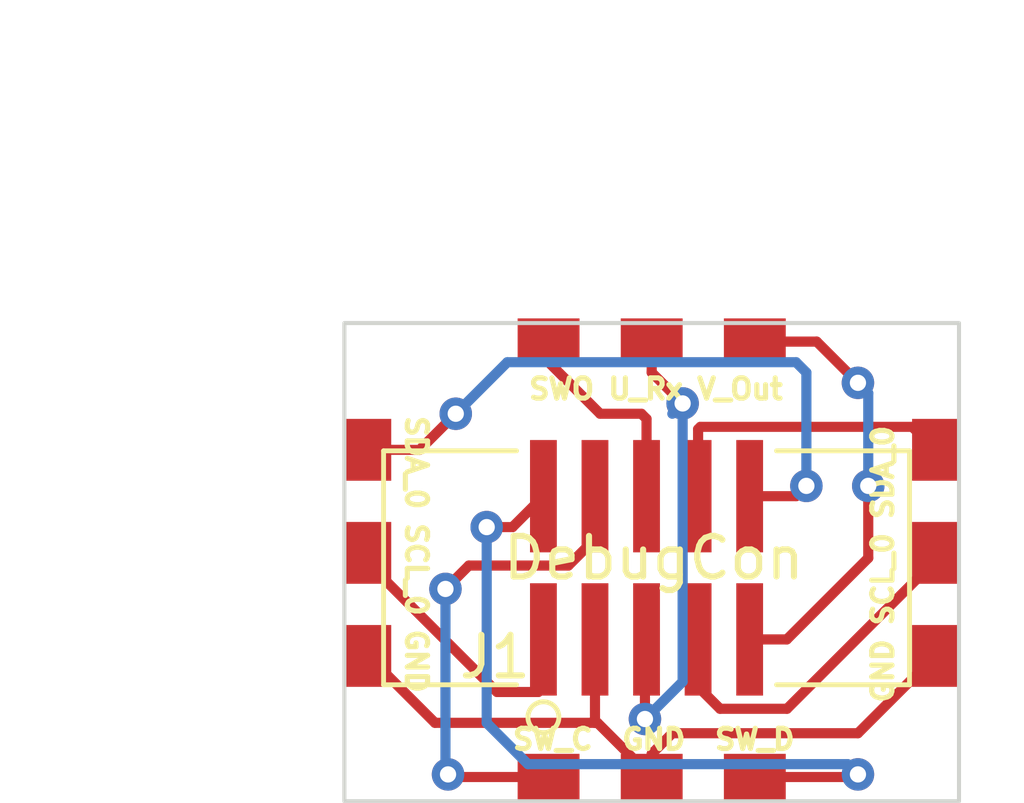
<source format=kicad_pcb>
(kicad_pcb (version 20211014) (generator pcbnew)
  (layers (0 "F.Cu" signal) (31 "B.Cu" signal) (34 "B.Paste" user) (35 "F.Paste" user) (36 "B.SilkS" user "B.Silkscreen") (37 "F.SilkS" user "F.Silkscreen") (38 "B.Mask" user) (39 "F.Mask" user) (44 "Edge.Cuts" user))
  (net 0 "")
  (net 1 "/SWDIO")
  (net 2 "/SWDCLK")
  (net 3 "/SWO")
  (net 4 "/VBUS_OUT")
  (net 5 "/Uart_RX")
  (net 6 "/SCL_0")
  (net 7 "/SDA_1")
  (net 8 "/SCL_1")
  (net 9 "/SDA_0")
  (net 10 "GND")
  (footprint "ProgramingFootprints:BottomSWDConnection" (layer "F.Cu") (at 128.778 66.548)
    (fp_text reference "J2" hide)
    (fp_text value "SWDConnections" hide)
    (pad "1" smd rect (at -2.54 0.5715 90) (size 1.143 1.524) (layers "F.Cu" "F.Paste" "F.Mask") (net 2 "/SWDCLK"))
    (pad "2" smd rect (at 0 0.5715 90) (size 1.143 1.524) (layers "F.Cu" "F.Paste" "F.Mask") (net 10 "GND"))
    (pad "3" smd rect (at 2.54 0.5715 90) (size 1.143 1.524) (layers "F.Cu" "F.Paste" "F.Mask") (net 1 "/SWDIO"))
  )
  (footprint "ProgramingFootprints:BottomSWDConnection" (layer "F.Cu") (at 135.1915 61.595 90)
    (fp_text reference "J4" hide)
    (fp_text value "I2C1_conn")
    (pad "1" smd rect (at -2.54 0.5715 180) (size 1.143 1.524) (layers "F.Cu" "F.Paste" "F.Mask") (net 10 "GND"))
    (pad "2" smd rect (at 0 0.5715 180) (size 1.143 1.524) (layers "F.Cu" "F.Paste" "F.Mask") (net 7 "/SDA_1"))
    (pad "3" smd rect (at 2.54 0.5715 180) (size 1.143 1.524) (layers "F.Cu" "F.Paste" "F.Mask") (net 8 "/SCL_1"))
  )
  (footprint "LocalFootprints:3220-10-0300-00-TR" (layer "F.Cu") (at 128.651 61.963)
    (fp_text reference "J1" (at -3.7338 2.1974) (layer "F.SilkS"))
    (fp_text value "DebugCon" (at 0.1778 -0.241 180) (layer "F.SilkS"))
    (fp_line (start 6.477 -2.8829) (end 3.20294 -2.8829) (layer "F.SilkS") (width 0.12))
    (fp_line (start 6.477 2.8829) (end 6.477 -2.8829) (layer "F.SilkS") (width 0.12))
    (fp_line (start -3.20294 -2.8829) (end -6.477 -2.8829) (layer "F.SilkS") (width 0.12))
    (fp_line (start -6.477 2.8829) (end -3.20294 2.8829) (layer "F.SilkS") (width 0.12))
    (fp_line (start 3.20294 2.8829) (end 6.477 2.8829) (layer "F.SilkS") (width 0.12))
    (fp_line (start -6.477 -2.8829) (end -6.477 2.8829) (layer "F.SilkS") (width 0.12))
    (fp_circle (center -2.54 3.683) (end -2.159 3.683) (layer "F.SilkS") (width 0.12) (fill none))
    (pad "1" smd rect (at -2.54 1.765) (size 0.6604 2.7686) (layers "F.Cu" "F.Paste" "F.Mask") (net 6 "/SCL_0"))
    (pad "2" smd rect (at -2.54 -1.765) (size 0.6604 2.7686) (layers "F.Cu" "F.Paste" "F.Mask") (net 1 "/SWDIO"))
    (pad "3" smd rect (at -1.27 1.765) (size 0.6604 2.7686) (layers "F.Cu" "F.Paste" "F.Mask") (net 10 "GND"))
    (pad "4" smd rect (at -1.27 -1.765) (size 0.6604 2.7686) (layers "F.Cu" "F.Paste" "F.Mask") (net 2 "/SWDCLK"))
    (pad "5" smd rect (at 0 1.765) (size 0.6604 2.7686) (layers "F.Cu" "F.Paste" "F.Mask") (net 5 "/Uart_RX"))
    (pad "6" smd rect (at 0 -1.765) (size 0.6604 2.7686) (layers "F.Cu" "F.Paste" "F.Mask") (net 3 "/SWO"))
    (pad "7" smd rect (at 1.27 1.765) (size 0.6604 2.7686) (layers "F.Cu" "F.Paste" "F.Mask") (net 7 "/SDA_1"))
    (pad "8" smd rect (at 1.27 -1.765) (size 0.6604 2.7686) (layers "F.Cu" "F.Paste" "F.Mask") (net 8 "/SCL_1"))
    (pad "9" smd rect (at 2.54 1.765) (size 0.6604 2.7686) (layers "F.Cu" "F.Paste" "F.Mask") (net 4 "/VBUS_OUT"))
    (pad "10" smd rect (at 2.54 -1.765) (size 0.6604 2.7686) (layers "F.Cu" "F.Paste" "F.Mask") (net 9 "/SDA_0"))
  )
  (footprint "ProgramingFootprints:BottomSWDConnection" (layer "F.Cu") (at 128.778 55.8165)
    (fp_text reference "J5" hide)
    (fp_text value "Conn_01x03_Female" hide)
    (pad "1" smd rect (at -2.54 0.5715 90) (size 1.143 1.524) (layers "F.Cu" "F.Paste" "F.Mask") (net 3 "/SWO"))
    (pad "2" smd rect (at 0 0.5715 90) (size 1.143 1.524) (layers "F.Cu" "F.Paste" "F.Mask") (net 5 "/Uart_RX"))
    (pad "3" smd rect (at 2.54 0.5715 90) (size 1.143 1.524) (layers "F.Cu" "F.Paste" "F.Mask") (net 4 "/VBUS_OUT"))
  )
  (footprint "ProgramingFootprints:BottomSWDConnection" (layer "F.Cu") (at 121.2195 61.595 90)
    (fp_text reference "J3" hide)
    (fp_text value "I2C0_con" hide)
    (pad "1" smd rect (at -2.54 0.5715 180) (size 1.143 1.524) (layers "F.Cu" "F.Paste" "F.Mask") (net 10 "GND"))
    (pad "2" smd rect (at 0 0.5715 180) (size 1.143 1.524) (layers "F.Cu" "F.Paste" "F.Mask") (net 6 "/SCL_0"))
    (pad "3" smd rect (at 2.54 0.5715 180) (size 1.143 1.524) (layers "F.Cu" "F.Paste" "F.Mask") (net 9 "/SDA_0"))
  )
  (gr_rect (start 121.2088 55.9308) (end 136.3472 67.7164) (layer "Edge.Cuts") (width 0.1) (fill none))
  (gr_text "SW_C  GND  SW_D\n" (at 128.8288 66.1924) (layer "F.SilkS") (effects (font (size 0.5 0.5) (thickness 0.125))))
  (gr_text "SWO U_Rx V_Out\n" (at 128.8796 57.5564) (layer "F.SilkS") (effects (font (size 0.5 0.5) (thickness 0.125))))
  (gr_text "GND SCL_0 SDA_0\n\n" (at 134.874 61.8744 90) (layer "F.SilkS") (effects (font (size 0.5 0.5) (thickness 0.125))))
  (gr_text "SDA_0 SCL_0 GND \n\n" (at 122.5804 61.8236 270) (layer "F.SilkS") (effects (font (size 0.5 0.5) (thickness 0.125))))
  (segment (start 133.7945 67.1195) (end 133.858 67.056) (width 0.25) (layer "F.Cu") (net 1))
  (segment (start 131.318 67.1195) (end 133.7945 67.1195) (width 0.25) (layer "F.Cu") (net 1))
  (segment (start 125.349 60.96) (end 126.111 60.198) (width 0.25) (layer "F.Cu") (net 1))
  (segment (start 124.714 60.96) (end 125.349 60.96) (width 0.25) (layer "F.Cu") (net 1))
  (segment (start 133.858 67.056) (end 133.858 67.055) (width 0.25) (layer "F.Cu") (net 1))
  (via (at 124.714 60.96) (size 0.8) (drill 0.4) (layers "F.Cu" "B.Cu") (net 1))
  (via (at 133.858 67.055) (size 0.8) (drill 0.4) (layers "F.Cu" "B.Cu") (net 1))
  (segment (start 133.858 67.055) (end 133.605 66.802) (width 0.25) (layer "B.Cu") (net 1))
  (segment (start 125.73 66.802) (end 124.714 65.786) (width 0.25) (layer "B.Cu") (net 1))
  (segment (start 124.714 65.786) (end 124.714 60.96) (width 0.25) (layer "B.Cu") (net 1))
  (segment (start 133.605 66.802) (end 125.73 66.802) (width 0.25) (layer "B.Cu") (net 1))
  (segment (start 126.7258 61.9073) (end 127.381 61.2521) (width 0.25) (layer "F.Cu") (net 2))
  (segment (start 123.7615 67.1195) (end 123.698 67.056) (width 0.25) (layer "F.Cu") (net 2))
  (segment (start 124.2747 61.9073) (end 126.7258 61.9073) (width 0.25) (layer "F.Cu") (net 2))
  (segment (start 123.699 67.055) (end 123.7615 67.055) (width 0.25) (layer "F.Cu") (net 2))
  (segment (start 123.698 67.056) (end 123.699 67.055) (width 0.25) (layer "F.Cu") (net 2))
  (segment (start 123.698 62.484) (end 124.2747 61.9073) (width 0.25) (layer "F.Cu") (net 2))
  (segment (start 126.238 67.1195) (end 123.7615 67.1195) (width 0.25) (layer "F.Cu") (net 2))
  (segment (start 127.381 61.2521) (end 127.381 60.198) (width 0.25) (layer "F.Cu") (net 2))
  (via (at 123.7615 67.055) (size 0.8) (drill 0.4) (layers "F.Cu" "B.Cu") (net 2))
  (via (at 123.698 62.484) (size 0.8) (drill 0.4) (layers "F.Cu" "B.Cu") (net 2))
  (segment (start 123.7615 67.055) (end 123.698 66.9915) (width 0.25) (layer "B.Cu") (net 2))
  (segment (start 123.698 66.9915) (end 123.698 62.484) (width 0.25) (layer "B.Cu") (net 2))
  (segment (start 128.524 58.166) (end 128.651 58.293) (width 0.25) (layer "F.Cu") (net 3))
  (segment (start 127.508 58.166) (end 128.524 58.166) (width 0.25) (layer "F.Cu") (net 3))
  (segment (start 126.238 56.896) (end 127.508 58.166) (width 0.25) (layer "F.Cu") (net 3))
  (segment (start 128.651 58.293) (end 128.651 60.198) (width 0.25) (layer "F.Cu") (net 3))
  (segment (start 132.842 56.388) (end 133.858 57.404) (width 0.25) (layer "F.Cu") (net 4))
  (segment (start 132.106 63.728) (end 134.112 61.722) (width 0.25) (layer "F.Cu") (net 4))
  (segment (start 134.112 61.722) (end 134.112 59.944) (width 0.25) (layer "F.Cu") (net 4))
  (segment (start 131.191 63.728) (end 132.106 63.728) (width 0.25) (layer "F.Cu") (net 4))
  (segment (start 131.318 56.388) (end 132.842 56.388) (width 0.25) (layer "F.Cu") (net 4))
  (via (at 133.858 57.404) (size 0.8) (drill 0.4) (layers "F.Cu" "B.Cu") (net 4))
  (via (at 134.112 59.944) (size 0.8) (drill 0.4) (layers "F.Cu" "B.Cu") (net 4))
  (segment (start 134.112 59.944) (end 134.112 57.658) (width 0.25) (layer "B.Cu") (net 4))
  (segment (start 134.112 57.658) (end 133.858 57.404) (width 0.25) (layer "B.Cu") (net 4))
  (segment (start 129.286 57.658) (end 129.54 57.912) (width 0.25) (layer "F.Cu") (net 5))
  (segment (start 128.778 56.388) (end 128.778 57.15) (width 0.25) (layer "F.Cu") (net 5))
  (segment (start 128.611698 63.767302) (end 128.651 63.728) (width 0.25) (layer "F.Cu") (net 5))
  (segment (start 128.611698 65.689704) (end 128.611698 63.767302) (width 0.25) (layer "F.Cu") (net 5))
  (segment (start 128.778 57.15) (end 129.286 57.658) (width 0.25) (layer "F.Cu") (net 5))
  (via (at 129.54 57.912) (size 0.8) (drill 0.4) (layers "F.Cu" "B.Cu") (net 5))
  (via (at 128.611698 65.689704) (size 0.8) (drill 0.4) (layers "F.Cu" "B.Cu") (net 5))
  (segment (start 129.54 57.912) (end 129.54 64.77) (width 0.25) (layer "B.Cu") (net 5))
  (segment (start 129.54 57.912) (end 129.286 58.166) (width 0.25) (layer "B.Cu") (net 5))
  (segment (start 129.54 64.77) (end 128.778 65.532) (width 0.25) (layer "B.Cu") (net 5))
  (segment (start 128.769402 65.532) (end 128.611698 65.689704) (width 0.25) (layer "B.Cu") (net 5))
  (segment (start 128.778 65.532) (end 128.769402 65.532) (width 0.25) (layer "B.Cu") (net 5))
  (segment (start 121.791 61.595) (end 121.791 61.847) (width 0.25) (layer "F.Cu") (net 6))
  (segment (start 125.984 65.024) (end 126.111 64.897) (width 0.25) (layer "F.Cu") (net 6))
  (segment (start 121.791 61.847) (end 124.968 65.024) (width 0.25) (layer "F.Cu") (net 6))
  (segment (start 126.111 64.897) (end 126.111 63.728) (width 0.25) (layer "F.Cu") (net 6))
  (segment (start 124.968 65.024) (end 125.984 65.024) (width 0.25) (layer "F.Cu") (net 6))
  (segment (start 130.4613 65.4373) (end 129.921 64.897) (width 0.25) (layer "F.Cu") (net 7))
  (segment (start 135.763 61.7855) (end 132.1112 65.4373) (width 0.25) (layer "F.Cu") (net 7))
  (segment (start 132.1112 65.4373) (end 130.4613 65.4373) (width 0.25) (layer "F.Cu") (net 7))
  (segment (start 135.763 61.595) (end 135.763 61.7855) (width 0.25) (layer "F.Cu") (net 7))
  (segment (start 129.921 64.897) (end 129.921 63.728) (width 0.25) (layer "F.Cu") (net 7))
  (segment (start 129.921 58.547) (end 129.921 60.198) (width 0.25) (layer "F.Cu") (net 8))
  (segment (start 129.9793 58.4887) (end 129.921 58.547) (width 0.25) (layer "F.Cu") (net 8))
  (segment (start 135.763 59.055) (end 135.1967 58.4887) (width 0.25) (layer "F.Cu") (net 8))
  (segment (start 135.1967 58.4887) (end 129.9793 58.4887) (width 0.25) (layer "F.Cu") (net 8))
  (segment (start 123.063 59.055) (end 123.952 58.166) (width 0.25) (layer "F.Cu") (net 9))
  (segment (start 132.334 60.198) (end 132.588 59.944) (width 0.25) (layer "F.Cu") (net 9))
  (segment (start 131.191 60.198) (end 132.334 60.198) (width 0.25) (layer "F.Cu") (net 9))
  (segment (start 121.791 59.055) (end 123.063 59.055) (width 0.25) (layer "F.Cu") (net 9))
  (via (at 132.588 59.944) (size 0.8) (drill 0.4) (layers "F.Cu" "B.Cu") (net 9))
  (via (at 123.952 58.166) (size 0.8) (drill 0.4) (layers "F.Cu" "B.Cu") (net 9))
  (segment (start 123.952 58.166) (end 125.222 56.896) (width 0.25) (layer "B.Cu") (net 9))
  (segment (start 125.222 56.896) (end 132.334 56.896) (width 0.25) (layer "B.Cu") (net 9))
  (segment (start 132.588 57.15) (end 132.588 59.944) (width 0.25) (layer "B.Cu") (net 9))
  (segment (start 132.334 56.896) (end 132.588 57.15) (width 0.25) (layer "B.Cu") (net 9))
  (segment (start 127.381 65.659) (end 127.381 65.784) (width 0.25) (layer "F.Cu") (net 10))
  (segment (start 135.763 64.135) (end 133.858 66.04) (width 0.25) (layer "F.Cu") (net 10))
  (segment (start 121.791 64.135) (end 123.44 65.784) (width 0.25) (layer "F.Cu") (net 10))
  (segment (start 127.4425 65.784) (end 128.778 67.1195) (width 0.25) (layer "F.Cu") (net 10))
  (segment (start 123.44 65.784) (end 127.381 65.784) (width 0.25) (layer "F.Cu") (net 10))
  (segment (start 128.778 66.548) (end 128.778 67.1195) (width 0.25) (layer "F.Cu") (net 10))
  (segment (start 129.286 66.04) (end 128.778 66.548) (width 0.25) (layer "F.Cu") (net 10))
  (segment (start 127.381 63.728) (end 127.381 65.659) (width 0.25) (layer "F.Cu") (net 10))
  (segment (start 133.858 66.04) (end 129.286 66.04) (width 0.25) (layer "F.Cu") (net 10))
  (segment (start 127.381 65.784) (end 127.4425 65.784) (width 0.25) (layer "F.Cu") (net 10))
)
</source>
